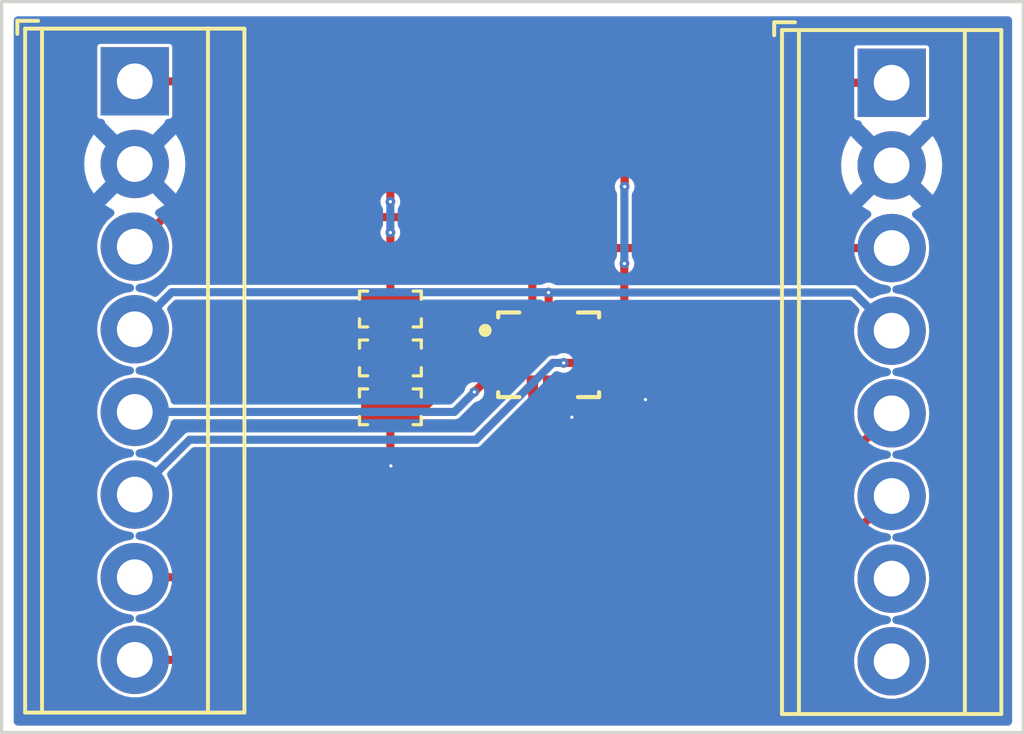
<source format=kicad_pcb>
(kicad_pcb (version 20221018) (generator pcbnew)
  (layers (0 "F.Cu" signal) (31 "B.Cu" signal) (34 "B.Paste" user) (35 "F.Paste" user) (36 "B.SilkS" user "B.Silkscreen") (37 "F.SilkS" user "F.Silkscreen") (38 "B.Mask" user) (39 "F.Mask" user) (44 "Edge.Cuts" user))
  (net 0 "")
  (net 1 "Address")
  (net 2 "SCL")
  (net 3 "SDA")
  (net 4 "GND")
  (net 5 "+3.3V")
  (net 7 "Int1")
  (net 8 "Int2")
  (net 9 "Int3")
  (net 10 "Int4")
  (footprint "LSM6DS3:PQFN50P300X250X86-14N" (layer "F.Cu") (at 148.527 84.5731)
    (fp_text reference "U1" hide)
    (fp_text value "LSM6DS3" hide)
    (fp_line (start -1.55 -1.3) (end -1.55 -1.15) (stroke (width 0.127)) (layer "F.SilkS"))
    (fp_line (start -1.55 1.15) (end -1.55 1.3) (stroke (width 0.127)) (layer "F.SilkS"))
    (fp_line (start -1.55 1.3) (end -0.9 1.3) (stroke (width 0.127)) (layer "F.SilkS"))
    (fp_line (start -0.9 -1.3) (end -1.55 -1.3) (stroke (width 0.127)) (layer "F.SilkS"))
    (fp_line (start 0.9 -1.3) (end 1.55 -1.3) (stroke (width 0.127)) (layer "F.SilkS"))
    (fp_line (start 1.55 -1.3) (end 1.55 -1.15) (stroke (width 0.127)) (layer "F.SilkS"))
    (fp_line (start 1.55 1.15) (end 1.55 1.3) (stroke (width 0.127)) (layer "F.SilkS"))
    (fp_line (start 1.55 1.3) (end 0.9 1.3) (stroke (width 0.127)) (layer "F.SilkS"))
    (fp_circle (center -1.95 -0.75) (end -1.85 -0.75) (stroke (width 0.2)) (fill none) (layer "F.SilkS"))
    (pad "1" smd rect (at -1.175 -0.75 180) (size 0.58 0.35) (layers "F.Cu" "F.Paste" "F.Mask") (net 1 "Address"))
    (pad "2" smd rect (at -1.175 -0.25 180) (size 0.58 0.35) (layers "F.Cu" "F.Paste" "F.Mask") (net 4 "GND"))
    (pad "3" smd rect (at -1.175 0.25 180) (size 0.58 0.35) (layers "F.Cu" "F.Paste" "F.Mask") (net 4 "GND"))
    (pad "4" smd rect (at -1.175 0.75 180) (size 0.58 0.35) (layers "F.Cu" "F.Paste" "F.Mask") (net 7 "Int1"))
    (pad "5" smd rect (at -0.5 0.925 90) (size 0.58 0.35) (layers "F.Cu" "F.Paste" "F.Mask") (net 5 "+3.3V"))
    (pad "6" smd rect (at 0 0.925 90) (size 0.58 0.35) (layers "F.Cu" "F.Paste" "F.Mask") (net 4 "GND"))
    (pad "7" smd rect (at 0.5 0.925 90) (size 0.58 0.35) (layers "F.Cu" "F.Paste" "F.Mask") (net 4 "GND"))
    (pad "8" smd rect (at 1.175 0.75 180) (size 0.58 0.35) (layers "F.Cu" "F.Paste" "F.Mask") (net 5 "+3.3V"))
    (pad "9" smd rect (at 1.175 0.25 180) (size 0.58 0.35) (layers "F.Cu" "F.Paste" "F.Mask") (net 8 "Int2"))
    (pad "10" smd rect (at 1.175 -0.25 180) (size 0.58 0.35) (layers "F.Cu" "F.Paste" "F.Mask"))
    (pad "11" smd rect (at 1.175 -0.75 180) (size 0.58 0.35) (layers "F.Cu" "F.Paste" "F.Mask"))
    (pad "12" smd rect (at 0.5 -0.925 90) (size 0.58 0.35) (layers "F.Cu" "F.Paste" "F.Mask") (net 5 "+3.3V"))
    (pad "13" smd rect (at 0 -0.925 90) (size 0.58 0.35) (layers "F.Cu" "F.Paste" "F.Mask") (net 2 "SCL"))
    (pad "14" smd rect (at -0.5 -0.925 90) (size 0.58 0.35) (layers "F.Cu" "F.Paste" "F.Mask") (net 3 "SDA"))
  )
  (footprint "digikey-footprints:PROBE_PAD_0603" (layer "F.Cu") (at 143.663818 84.669638)
    (fp_text reference "TP1" hide)
    (fp_text value "RCU-0C" hide)
    (fp_line (start -0.95 -0.55) (end -0.95 -0.3) (stroke (width 0.1)) (layer "F.SilkS"))
    (fp_line (start -0.95 -0.55) (end -0.7 -0.55) (stroke (width 0.1)) (layer "F.SilkS"))
    (fp_line (start -0.95 0.55) (end -0.95 0.3) (stroke (width 0.1)) (layer "F.SilkS"))
    (fp_line (start -0.95 0.55) (end -0.7 0.55) (stroke (width 0.1)) (layer "F.SilkS"))
    (fp_line (start 0.95 -0.55) (end 0.7 -0.55) (stroke (width 0.1)) (layer "F.SilkS"))
    (fp_line (start 0.95 -0.55) (end 0.95 -0.3) (stroke (width 0.1)) (layer "F.SilkS"))
    (fp_line (start 0.95 0.55) (end 0.7 0.55) (stroke (width 0.1)) (layer "F.SilkS"))
    (fp_line (start 0.95 0.55) (end 0.95 0.3) (stroke (width 0.1)) (layer "F.SilkS"))
    (pad "1" smd rect (at 0 0) (size 1.8 1) (layers "F.Cu" "F.Paste" "F.Mask") (net 1 "Address"))
  )
  (footprint "Capacitor_SMD:C_0201_0603Metric" (layer "F.Cu") (at 151.1715 84.0661)
    (fp_text reference "C1" hide)
    (fp_text value "100nF" hide)
    (pad "1" smd roundrect (at -0.32 0) (size 0.46 0.4) (layers "F.Cu" "F.Mask") (net 5 "+3.3V"))
    (pad "2" smd roundrect (at 0.32 0) (size 0.46 0.4) (layers "F.Cu" "F.Mask") (net 4 "GND"))
  )
  (footprint "TerminalBlock_TE-Connectivity:TerminalBlock_TE_282834-8_1x08_P2.54mm_Horizontal" (layer "F.Cu") (at 135.8073 76.1696 -90)
    (fp_text reference "J1" hide)
    (fp_text value "TerminalIn" hide)
    (fp_line (start -1.86 2.97) (end -1.86 3.61) (stroke (width 0.12)) (layer "F.SilkS"))
    (fp_line (start -1.86 3.61) (end -1.46 3.61) (stroke (width 0.12)) (layer "F.SilkS"))
    (fp_line (start -1.62 -3.37) (end -1.62 3.37) (stroke (width 0.12)) (layer "F.SilkS"))
    (fp_line (start -1.62 -3.37) (end 19.4 -3.37) (stroke (width 0.12)) (layer "F.SilkS"))
    (fp_line (start -1.62 -2.25) (end 19.4 -2.25) (stroke (width 0.12)) (layer "F.SilkS"))
    (fp_line (start -1.62 2.85) (end 19.4 2.85) (stroke (width 0.12)) (layer "F.SilkS"))
    (fp_line (start -1.62 3.37) (end 19.4 3.37) (stroke (width 0.12)) (layer "F.SilkS"))
    (fp_line (start 19.4 -3.37) (end 19.4 3.37) (stroke (width 0.12)) (layer "F.SilkS"))
    (pad "1" thru_hole rect (at 0 0 270) (size 2.1 2.1) (drill 1.1) (layers "*.Cu" "*.Mask") (net 5 "+3.3V"))
    (pad "2" thru_hole circle (at 2.54 0 270) (size 2.1 2.1) (drill 1.1) (layers "*.Cu" "*.Mask") (net 4 "GND"))
    (pad "3" thru_hole circle (at 5.08 0 270) (size 2.1 2.1) (drill 1.1) (layers "*.Cu" "*.Mask") (net 3 "SDA"))
    (pad "4" thru_hole circle (at 7.62 0 270) (size 2.1 2.1) (drill 1.1) (layers "*.Cu" "*.Mask") (net 2 "SCL"))
    (pad "5" thru_hole circle (at 10.16 0 270) (size 2.1 2.1) (drill 1.1) (layers "*.Cu" "*.Mask") (net 7 "Int1"))
    (pad "6" thru_hole circle (at 12.7 0 270) (size 2.1 2.1) (drill 1.1) (layers "*.Cu" "*.Mask") (net 8 "Int2"))
    (pad "7" thru_hole circle (at 15.24 0 270) (size 2.1 2.1) (drill 1.1) (layers "*.Cu" "*.Mask") (net 9 "Int3"))
    (pad "8" thru_hole circle (at 17.78 0 270) (size 2.1 2.1) (drill 1.1) (layers "*.Cu" "*.Mask") (net 10 "Int4"))
  )
  (footprint "Capacitor_SMD:C_0201_0603Metric" (layer "F.Cu") (at 151.1828 84.9718 180)
    (fp_text reference "C2" hide)
    (fp_text value "100nF" hide)
    (pad "1" smd roundrect (at -0.32 0 180) (size 0.46 0.4) (layers "F.Cu" "F.Mask") (net 4 "GND"))
    (pad "2" smd roundrect (at 0.32 0 180) (size 0.46 0.4) (layers "F.Cu" "F.Mask") (net 5 "+3.3V"))
  )
  (footprint "digikey-footprints:PROBE_PAD_0603" (layer "F.Cu") (at 143.662718 86.171538)
    (fp_text reference "TP3" hide)
    (fp_text value "RCU-0C" hide)
    (fp_line (start -0.95 -0.55) (end -0.95 -0.3) (stroke (width 0.1)) (layer "F.SilkS"))
    (fp_line (start -0.95 -0.55) (end -0.7 -0.55) (stroke (width 0.1)) (layer "F.SilkS"))
    (fp_line (start -0.95 0.55) (end -0.95 0.3) (stroke (width 0.1)) (layer "F.SilkS"))
    (fp_line (start -0.95 0.55) (end -0.7 0.55) (stroke (width 0.1)) (layer "F.SilkS"))
    (fp_line (start 0.95 -0.55) (end 0.7 -0.55) (stroke (width 0.1)) (layer "F.SilkS"))
    (fp_line (start 0.95 -0.55) (end 0.95 -0.3) (stroke (width 0.1)) (layer "F.SilkS"))
    (fp_line (start 0.95 0.55) (end 0.7 0.55) (stroke (width 0.1)) (layer "F.SilkS"))
    (fp_line (start 0.95 0.55) (end 0.95 0.3) (stroke (width 0.1)) (layer "F.SilkS"))
    (pad "1" smd rect (at 0 0) (size 1.8 1) (layers "F.Cu" "F.Paste" "F.Mask") (net 4 "GND"))
  )
  (footprint "digikey-footprints:PROBE_PAD_0603" (layer "F.Cu") (at 143.663818 83.167538)
    (fp_text reference "TP2" hide)
    (fp_text value "RCU-0C" hide)
    (fp_line (start -0.95 -0.55) (end -0.95 -0.3) (stroke (width 0.1)) (layer "F.SilkS"))
    (fp_line (start -0.95 -0.55) (end -0.7 -0.55) (stroke (width 0.1)) (layer "F.SilkS"))
    (fp_line (start -0.95 0.55) (end -0.95 0.3) (stroke (width 0.1)) (layer "F.SilkS"))
    (fp_line (start -0.95 0.55) (end -0.7 0.55) (stroke (width 0.1)) (layer "F.SilkS"))
    (fp_line (start 0.95 -0.55) (end 0.7 -0.55) (stroke (width 0.1)) (layer "F.SilkS"))
    (fp_line (start 0.95 -0.55) (end 0.95 -0.3) (stroke (width 0.1)) (layer "F.SilkS"))
    (fp_line (start 0.95 0.55) (end 0.7 0.55) (stroke (width 0.1)) (layer "F.SilkS"))
    (fp_line (start 0.95 0.55) (end 0.95 0.3) (stroke (width 0.1)) (layer "F.SilkS"))
    (pad "1" smd rect (at 0 0) (size 1.8 1) (layers "F.Cu" "F.Paste" "F.Mask") (net 5 "+3.3V"))
  )
  (footprint "TerminalBlock_TE-Connectivity:TerminalBlock_TE_282834-8_1x08_P2.54mm_Horizontal" (layer "F.Cu") (at 159.0687 76.2132 -90)
    (fp_text reference "J2" hide)
    (fp_text value "TerminalOut" hide)
    (fp_line (start -1.86 2.97) (end -1.86 3.61) (stroke (width 0.12)) (layer "F.SilkS"))
    (fp_line (start -1.86 3.61) (end -1.46 3.61) (stroke (width 0.12)) (layer "F.SilkS"))
    (fp_line (start -1.62 -3.37) (end -1.62 3.37) (stroke (width 0.12)) (layer "F.SilkS"))
    (fp_line (start -1.62 -3.37) (end 19.4 -3.37) (stroke (width 0.12)) (layer "F.SilkS"))
    (fp_line (start -1.62 -2.25) (end 19.4 -2.25) (stroke (width 0.12)) (layer "F.SilkS"))
    (fp_line (start -1.62 2.85) (end 19.4 2.85) (stroke (width 0.12)) (layer "F.SilkS"))
    (fp_line (start -1.62 3.37) (end 19.4 3.37) (stroke (width 0.12)) (layer "F.SilkS"))
    (fp_line (start 19.4 -3.37) (end 19.4 3.37) (stroke (width 0.12)) (layer "F.SilkS"))
    (pad "1" thru_hole rect (at 0 0 270) (size 2.1 2.1) (drill 1.1) (layers "*.Cu" "*.Mask") (net 5 "+3.3V"))
    (pad "2" thru_hole circle (at 2.54 0 270) (size 2.1 2.1) (drill 1.1) (layers "*.Cu" "*.Mask") (net 4 "GND"))
    (pad "3" thru_hole circle (at 5.08 0 270) (size 2.1 2.1) (drill 1.1) (layers "*.Cu" "*.Mask") (net 3 "SDA"))
    (pad "4" thru_hole circle (at 7.62 0 270) (size 2.1 2.1) (drill 1.1) (layers "*.Cu" "*.Mask") (net 2 "SCL"))
    (pad "5" thru_hole circle (at 10.16 0 270) (size 2.1 2.1) (drill 1.1) (layers "*.Cu" "*.Mask") (net 9 "Int3"))
    (pad "6" thru_hole circle (at 12.7 0 270) (size 2.1 2.1) (drill 1.1) (layers "*.Cu" "*.Mask") (net 10 "Int4"))
    (pad "7" thru_hole circle (at 15.24 0 270) (size 2.1 2.1) (drill 1.1) (layers "*.Cu" "*.Mask"))
    (pad "8" thru_hole circle (at 17.78 0 270) (size 2.1 2.1) (drill 1.1) (layers "*.Cu" "*.Mask"))
  )
  (gr_rect (start 131.715467 73.719718) (end 163.111208 96.185484) (stroke (width 0.1)) (fill none) (layer "Edge.Cuts"))
  (segment (start 145.468282 84.669638) (end 146.31482 83.8231) (width 0.25) (layer "F.Cu") (net 1))
  (segment (start 143.663818 84.669638) (end 145.468282 84.669638) (width 0.25) (layer "F.Cu") (net 1))
  (segment (start 146.31482 83.8231) (end 147.352 83.8231) (width 0.25) (layer "F.Cu") (net 1))
  (segment (start 148.527 82.66438) (end 148.522551 82.659931) (width 0.25) (layer "F.Cu") (net 2))
  (segment (start 148.527 83.6481) (end 148.527 82.66438) (width 0.25) (layer "F.Cu") (net 2))
  (via micro (at 148.522551 82.659931) (size 0.3) (drill 0.1) (layers "F.Cu" "B.Cu") (net 2))
  (segment (start 148.522551 82.659931) (end 157.895431 82.659931) (width 0.25) (layer "B.Cu") (net 2))
  (segment (start 136.946682 82.650218) (end 135.8073 83.7896) (width 0.25) (layer "B.Cu") (net 2))
  (segment (start 148.522551 82.659931) (end 148.512838 82.650218) (width 0.25) (layer "B.Cu") (net 2))
  (segment (start 148.512838 82.650218) (end 136.946682 82.650218) (width 0.25) (layer "B.Cu") (net 2))
  (segment (start 157.895431 82.659931) (end 159.0687 83.8332) (width 0.25) (layer "B.Cu") (net 2))
  (segment (start 135.8073 81.2496) (end 136.713867 80.343033) (width 0.25) (layer "F.Cu") (net 3))
  (segment (start 148.027 81.2932) (end 159.0687 81.2932) (width 0.25) (layer "F.Cu") (net 3))
  (segment (start 148.027 81.319122) (end 148.027 82.098022) (width 0.25) (layer "F.Cu") (net 3))
  (segment (start 147.050911 80.343033) (end 148.027 81.319122) (width 0.25) (layer "F.Cu") (net 3))
  (segment (start 148.027 83.1081) (end 148.027 83.6481) (width 0.25) (layer "F.Cu") (net 3))
  (segment (start 136.713867 80.343033) (end 147.050911 80.343033) (width 0.25) (layer "F.Cu") (net 3))
  (segment (start 148.027 83.1081) (end 148.027 82.098022) (width 0.25) (layer "F.Cu") (net 3))
  (segment (start 148.027 82.098022) (end 148.027 81.2932) (width 0.25) (layer "F.Cu") (net 3))
  (segment (start 146.577684 84.3231) (end 145.871332 85.029451) (width 0.25) (layer "F.Cu") (net 4))
  (segment (start 145.871332 85.029451) (end 144.729246 86.171538) (width 0.25) (layer "F.Cu") (net 4))
  (segment (start 149.027 86.277433) (end 149.241147 86.49158) (width 0.25) (layer "F.Cu") (net 4))
  (segment (start 143.662718 87.973433) (end 143.678102 87.988817) (width 0.25) (layer "F.Cu") (net 4))
  (segment (start 151.4915 84.9605) (end 151.5028 84.9718) (width 0.25) (layer "F.Cu") (net 4))
  (segment (start 151.5028 85.94811) (end 151.502155 85.948755) (width 0.25) (layer "F.Cu") (net 4))
  (segment (start 149.027 85.4981) (end 149.027 86.277433) (width 0.25) (layer "F.Cu") (net 4))
  (segment (start 148.527 85.4981) (end 148.527 85.777433) (width 0.25) (layer "F.Cu") (net 4))
  (segment (start 151.4915 84.0661) (end 151.4915 84.9605) (width 0.25) (layer "F.Cu") (net 4))
  (segment (start 147.352 84.3231) (end 146.577684 84.3231) (width 0.25) (layer "F.Cu") (net 4))
  (segment (start 146.077683 84.8231) (end 145.871332 85.029451) (width 0.25) (layer "F.Cu") (net 4))
  (segment (start 143.662718 86.171538) (end 143.662718 87.973433) (width 0.25) (layer "F.Cu") (net 4))
  (segment (start 148.527 85.777433) (end 149.241147 86.49158) (width 0.25) (layer "F.Cu") (net 4))
  (segment (start 147.352 84.8231) (end 146.077683 84.8231) (width 0.25) (layer "F.Cu") (net 4))
  (segment (start 151.5028 84.9718) (end 151.5028 85.94811) (width 0.25) (layer "F.Cu") (net 4))
  (segment (start 144.729246 86.171538) (end 143.662718 86.171538) (width 0.25) (layer "F.Cu") (net 4))
  (via micro (at 143.678102 87.988817) (size 0.3) (drill 0.1) (layers "F.Cu" "B.Cu") (net 4))
  (via micro (at 151.502155 85.948755) (size 0.3) (drill 0.1) (layers "F.Cu" "B.Cu") (net 4))
  (via micro (at 149.241147 86.49158) (size 0.3) (drill 0.1) (layers "F.Cu" "B.Cu") (net 4))
  (segment (start 145.338548 76.1696) (end 145.662996 76.1696) (width 0.25) (layer "F.Cu") (net 5))
  (segment (start 149.702 85.3231) (end 150.821559 85.3231) (width 0.25) (layer "F.Cu") (net 5))
  (segment (start 149.027 83.6481) (end 149.027 83.3831) (width 0.25) (layer "F.Cu") (net 5))
  (segment (start 150.8515 84.0661) (end 150.8515 84.9605) (width 0.25) (layer "F.Cu") (net 5))
  (segment (start 148.37136 86.974564) (end 149.701196 86.974564) (width 0.25) (layer "F.Cu") (net 5))
  (segment (start 143.662234 77.845914) (end 141.98592 76.1696) (width 0.25) (layer "F.Cu") (net 5))
  (segment (start 150.8515 81.771488) (end 150.854788 81.7682) (width 0.25) (layer "F.Cu") (net 5))
  (segment (start 143.662234 77.845914) (end 145.338548 76.1696) (width 0.25) (layer "F.Cu") (net 5))
  (segment (start 149.428772 76.1696) (end 145.662996 76.1696) (width 0.25) (layer "F.Cu") (net 5))
  (segment (start 141.98592 76.1696) (end 135.8073 76.1696) (width 0.25) (layer "F.Cu") (net 5))
  (segment (start 149.027 83.3831) (end 149.257856 83.152244) (width 0.25) (layer "F.Cu") (net 5))
  (segment (start 150.862799 77.630663) (end 152.280262 76.2132) (width 0.25) (layer "F.Cu") (net 5))
  (segment (start 150.8515 84.9605) (end 150.8628 84.9718) (width 0.25) (layer "F.Cu") (net 5))
  (segment (start 143.662234 79.868033) (end 143.662234 77.845914) (width 0.25) (layer "F.Cu") (net 5))
  (segment (start 150.821559 85.3231) (end 150.8628 85.364341) (width 0.25) (layer "F.Cu") (net 5))
  (segment (start 143.663818 83.167538) (end 143.663818 80.819617) (width 0.25) (layer "F.Cu") (net 5))
  (segment (start 148.027 85.4981) (end 148.027 86.630204) (width 0.25) (layer "F.Cu") (net 5))
  (segment (start 150.862799 79.405739) (end 150.862799 77.630663) (width 0.25) (layer "F.Cu") (net 5))
  (segment (start 150.8515 83.152244) (end 150.8515 81.771488) (width 0.25) (layer "F.Cu") (net 5))
  (segment (start 150.862799 77.603627) (end 149.428772 76.1696) (width 0.25) (layer "F.Cu") (net 5))
  (segment (start 150.862799 79.405739) (end 150.862799 77.603627) (width 0.25) (layer "F.Cu") (net 5))
  (segment (start 150.8515 84.0661) (end 150.8515 83.152244) (width 0.25) (layer "F.Cu") (net 5))
  (segment (start 148.027 86.630204) (end 148.37136 86.974564) (width 0.25) (layer "F.Cu") (net 5))
  (segment (start 150.8628 85.364341) (end 150.8628 84.9718) (width 0.25) (layer "F.Cu") (net 5))
  (segment (start 150.8628 85.81296) (end 150.8628 85.364341) (width 0.25) (layer "F.Cu") (net 5))
  (segment (start 149.257856 83.152244) (end 150.8515 83.152244) (width 0.25) (layer "F.Cu") (net 5))
  (segment (start 149.701196 86.974564) (end 150.8628 85.81296) (width 0.25) (layer "F.Cu") (net 5))
  (segment (start 143.663818 80.819617) (end 143.662234 80.818033) (width 0.25) (layer "F.Cu") (net 5))
  (segment (start 152.280262 76.2132) (end 159.0687 76.2132) (width 0.25) (layer "F.Cu") (net 5))
  (via micro (at 150.854788 81.7682) (size 0.3) (drill 0.1) (layers "F.Cu" "B.Cu") (net 5))
  (via micro (at 150.862799 79.405739) (size 0.3) (drill 0.1) (layers "F.Cu" "B.Cu") (net 5))
  (via micro (at 143.662234 80.818033) (size 0.3) (drill 0.1) (layers "F.Cu" "B.Cu") (net 5))
  (via micro (at 143.662234 79.868033) (size 0.3) (drill 0.1) (layers "F.Cu" "B.Cu") (net 5))
  (segment (start 150.862799 79.405739) (end 150.854788 79.41375) (width 0.25) (layer "B.Cu") (net 5))
  (segment (start 150.854788 79.41375) (end 150.854788 81.7682) (width 0.25) (layer "B.Cu") (net 5))
  (segment (start 143.662234 80.818033) (end 143.662234 79.868033) (width 0.25) (layer "B.Cu") (net 5))
  (segment (start 146.637881 85.3231) (end 146.243841 85.71714) (width 0.25) (layer "F.Cu") (net 7))
  (segment (start 147.352 85.3231) (end 146.637881 85.3231) (width 0.25) (layer "F.Cu") (net 7))
  (via micro (at 146.243841 85.71714) (size 0.3) (drill 0.1) (layers "F.Cu" "B.Cu") (net 7))
  (segment (start 146.243841 85.71714) (end 145.631381 86.3296) (width 0.25) (layer "B.Cu") (net 7))
  (segment (start 145.631381 86.3296) (end 135.8073 86.3296) (width 0.25) (layer "B.Cu") (net 7))
  (segment (start 148.989846 84.8231) (end 149.702 84.8231) (width 0.25) (layer "F.Cu") (net 8))
  (via micro (at 148.989846 84.8231) (size 0.3) (drill 0.1) (layers "F.Cu" "B.Cu") (net 8))
  (segment (start 146.294434 87.183705) (end 137.493195 87.183705) (width 0.25) (layer "B.Cu") (net 8))
  (segment (start 137.493195 87.183705) (end 135.8073 88.8696) (width 0.25) (layer "B.Cu") (net 8))
  (segment (start 148.989846 84.8231) (end 148.655039 84.8231) (width 0.25) (layer "B.Cu") (net 8))
  (segment (start 148.655039 84.8231) (end 146.294434 87.183705) (width 0.25) (layer "B.Cu") (net 8))
  (segment (start 135.8073 91.4096) (end 154.0323 91.4096) (width 0.25) (layer "F.Cu") (net 9))
  (segment (start 154.0323 91.4096) (end 159.0687 86.3732) (width 0.25) (layer "F.Cu") (net 9))
  (segment (start 135.8073 93.9496) (end 154.0323 93.9496) (width 0.25) (layer "F.Cu") (net 10))
  (segment (start 154.0323 93.9496) (end 159.0687 88.9132) (width 0.25) (layer "F.Cu") (net 10))
  (zone (net 4) (net_name "GND") (layer "B.Cu") (name "Ground Plane") (connect_pads (clearance 0)) (min_thickness 0.25) (fill yes (thermal_gap 0.5) (thermal_bridge_width 0.5))
    (polygon (pts (xy 132.087635 74.169669) (xy 162.770965 74.169669) (xy 162.770965 95.972727) (xy 132.087635 95.972727)))
  )
)
</source>
